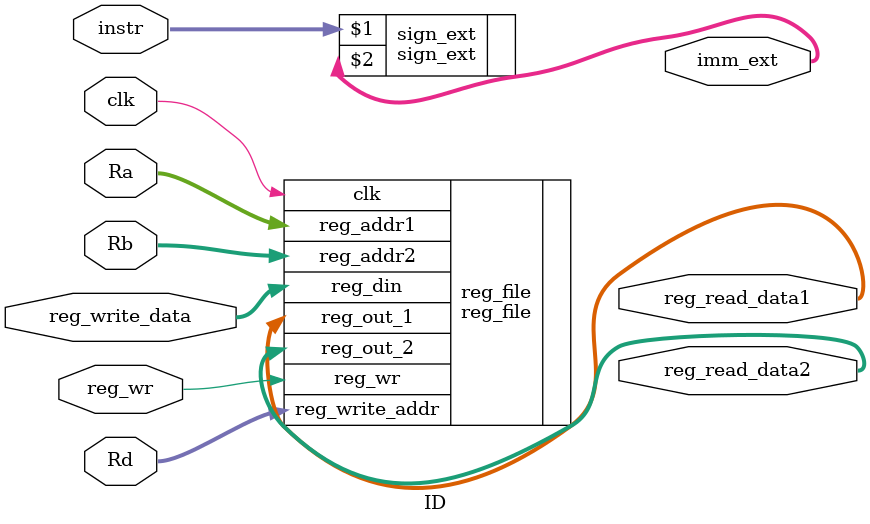
<source format=v>
`timescale 1ns/1ns

module ID(clk,Ra,Rb,Rd,reg_write_data,reg_wr,reg_read_data1,reg_read_data2,instr,imm_ext);

input clk;
input [4:0]Ra;
input [4:0]Rb;
input [4:0]Rd;                      //right now this Rd is directly being sent to the register file but it should actually be the output of a mux
input [31:0]reg_write_data;         //even this
input reg_wr;
input [31:0] instr;//Design philosophy: all the input control signals to a stage are cosidered to be wired inputs
output [31:0]reg_read_data1;
output [31:0]reg_read_data2;
output [31:0] imm_ext;

reg_file reg_file(.clk(clk),.reg_out_1(reg_read_data1),.reg_out_2(reg_read_data2),.reg_addr1(Ra),.reg_addr2(Rb),.reg_write_addr(Rd),.reg_wr(reg_wr),.reg_din(reg_write_data));
sign_ext sign_ext(instr,imm_ext);

endmodule
</source>
